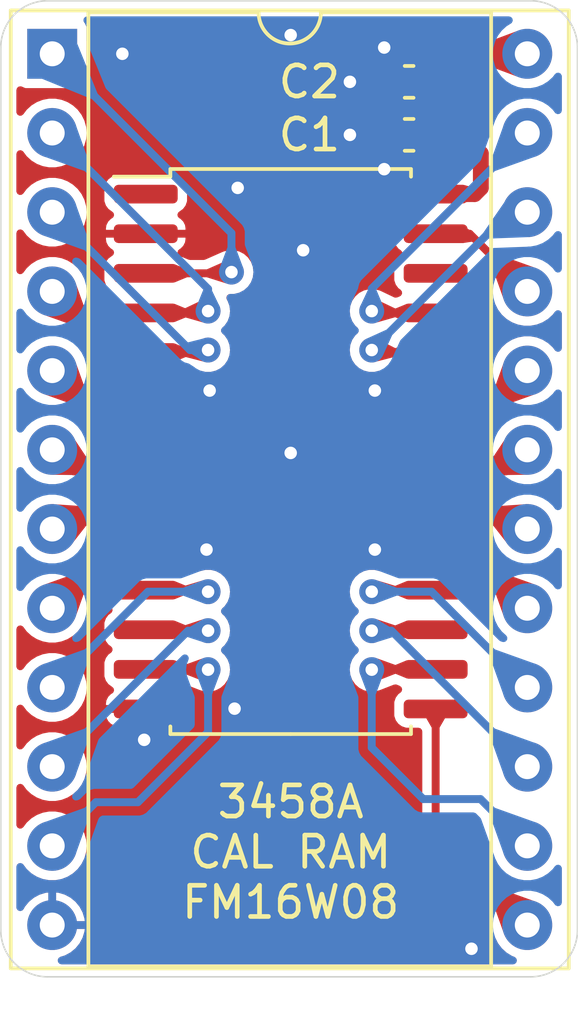
<source format=kicad_pcb>
(kicad_pcb (version 20240108) (generator "pcbnew") (generator_version "8.0")
  (layers (0 "F.Cu" jumper) (31 "B.Cu" signal) (34 "B.Paste" user) (35 "F.Paste" user) (36 "B.SilkS" user "B.Silkscreen") (37 "F.SilkS" user "F.Silkscreen") (38 "B.Mask" user) (39 "F.Mask" user) (44 "Edge.Cuts" user))
  (net 0 "")
  (net 1 "/A8")
  (net 2 "/D2")
  (net 3 "/A9")
  (net 4 "/D1")
  (net 5 "GND")
  (net 6 "/D0")
  (net 7 "VDD")
  (net 8 "/A0")
  (net 9 "/A10")
  (net 10 "/A1")
  (net 11 "Net-(U1-~{CS})")
  (net 12 "/A2")
  (net 13 "/D7")
  (net 14 "/A3")
  (net 15 "/D6")
  (net 16 "/A4")
  (net 17 "/D5")
  (net 18 "/A5")
  (net 19 "/D4")
  (net 20 "/A6")
  (net 21 "/D3")
  (net 22 "/A7")
  (net 23 "Net-(U1-~{OE})")
  (net 24 "Net-(U1-~{WE})")
  (footprint "Package_SO:SOIC-28W_7.5x17.9mm_P1.27mm" (layer "F.Cu") (at 153.4 99.255)
    (property "Reference" "U2" (hide yes))
    (property "Value" "FM16W08-SG")
    (fp_line (start -3.86 -9.06) (end -3.86 -8.815) (stroke (width 0.12)) (layer "F.SilkS"))
    (fp_line (start -3.86 -8.815) (end -5.675 -8.815) (stroke (width 0.12)) (layer "F.SilkS"))
    (fp_line (start -3.86 9.06) (end -3.86 8.815) (stroke (width 0.12)) (layer "F.SilkS"))
    (fp_line (start 0 -9.06) (end -3.86 -9.06) (stroke (width 0.12)) (layer "F.SilkS"))
    (fp_line (start 0 -9.06) (end 3.86 -9.06) (stroke (width 0.12)) (layer "F.SilkS"))
    (fp_line (start 0 9.06) (end -3.86 9.06) (stroke (width 0.12)) (layer "F.SilkS"))
    (fp_line (start 0 9.06) (end 3.86 9.06) (stroke (width 0.12)) (layer "F.SilkS"))
    (fp_line (start 3.86 -9.06) (end 3.86 -8.815) (stroke (width 0.12)) (layer "F.SilkS"))
    (fp_line (start 3.86 9.06) (end 3.86 8.815) (stroke (width 0.12)) (layer "F.SilkS"))
    (pad "1" smd roundrect (at -4.65 -8.255) (size 2.05 0.6) (layers "F.Cu" "F.Paste" "F.Mask"))
    (pad "2" smd roundrect (at -4.65 -6.985) (size 2.05 0.6) (layers "F.Cu" "F.Paste" "F.Mask") (net 5 "GND"))
    (pad "3" smd roundrect (at -4.65 -5.715) (size 2.05 0.6) (layers "F.Cu" "F.Paste" "F.Mask") (net 22 "/A7"))
    (pad "4" smd roundrect (at -4.65 -4.445) (size 2.05 0.6) (layers "F.Cu" "F.Paste" "F.Mask") (net 20 "/A6"))
    (pad "5" smd roundrect (at -4.65 -3.175) (size 2.05 0.6) (layers "F.Cu" "F.Paste" "F.Mask") (net 18 "/A5"))
    (pad "6" smd roundrect (at -4.65 -1.905) (size 2.05 0.6) (layers "F.Cu" "F.Paste" "F.Mask") (net 16 "/A4"))
    (pad "7" smd roundrect (at -4.65 -0.635) (size 2.05 0.6) (layers "F.Cu" "F.Paste" "F.Mask") (net 14 "/A3"))
    (pad "8" smd roundrect (at -4.65 0.635) (size 2.05 0.6) (layers "F.Cu" "F.Paste" "F.Mask") (net 12 "/A2"))
    (pad "9" smd roundrect (at -4.65 1.905) (size 2.05 0.6) (layers "F.Cu" "F.Paste" "F.Mask") (net 10 "/A1"))
    (pad "10" smd roundrect (at -4.65 3.175) (size 2.05 0.6) (layers "F.Cu" "F.Paste" "F.Mask") (net 8 "/A0"))
    (pad "11" smd roundrect (at -4.65 4.445) (size 2.05 0.6) (layers "F.Cu" "F.Paste" "F.Mask") (net 6 "/D0"))
    (pad "12" smd roundrect (at -4.65 5.715) (size 2.05 0.6) (layers "F.Cu" "F.Paste" "F.Mask") (net 4 "/D1"))
    (pad "13" smd roundrect (at -4.65 6.985) (size 2.05 0.6) (layers "F.Cu" "F.Paste" "F.Mask") (net 2 "/D2"))
    (pad "14" smd roundrect (at -4.65 8.255) (size 2.05 0.6) (layers "F.Cu" "F.Paste" "F.Mask") (net 5 "GND"))
    (pad "15" smd roundrect (at 4.65 8.255) (size 2.05 0.6) (layers "F.Cu" "F.Paste" "F.Mask") (net 21 "/D3"))
    (pad "16" smd roundrect (at 4.65 6.985) (size 2.05 0.6) (layers "F.Cu" "F.Paste" "F.Mask") (net 19 "/D4"))
    (pad "17" smd roundrect (at 4.65 5.715) (size 2.05 0.6) (layers "F.Cu" "F.Paste" "F.Mask") (net 17 "/D5"))
    (pad "18" smd roundrect (at 4.65 4.445) (size 2.05 0.6) (layers "F.Cu" "F.Paste" "F.Mask") (net 15 "/D6"))
    (pad "19" smd roundrect (at 4.65 3.175) (size 2.05 0.6) (layers "F.Cu" "F.Paste" "F.Mask") (net 13 "/D7"))
    (pad "20" smd roundrect (at 4.65 1.905) (size 2.05 0.6) (layers "F.Cu" "F.Paste" "F.Mask") (net 11 "Net-(U1-~{CS})"))
    (pad "21" smd roundrect (at 4.65 0.635) (size 2.05 0.6) (layers "F.Cu" "F.Paste" "F.Mask") (net 9 "/A10"))
    (pad "22" smd roundrect (at 4.65 -0.635) (size 2.05 0.6) (layers "F.Cu" "F.Paste" "F.Mask") (net 23 "Net-(U1-~{OE})"))
    (pad "23" smd roundrect (at 4.65 -1.905) (size 2.05 0.6) (layers "F.Cu" "F.Paste" "F.Mask") (net 5 "GND"))
    (pad "24" smd roundrect (at 4.65 -3.175) (size 2.05 0.6) (layers "F.Cu" "F.Paste" "F.Mask") (net 3 "/A9"))
    (pad "25" smd roundrect (at 4.65 -4.445) (size 2.05 0.6) (layers "F.Cu" "F.Paste" "F.Mask") (net 1 "/A8"))
    (pad "26" smd roundrect (at 4.65 -5.715) (size 2.05 0.6) (layers "F.Cu" "F.Paste" "F.Mask"))
    (pad "27" smd roundrect (at 4.65 -6.985) (size 2.05 0.6) (layers "F.Cu" "F.Paste" "F.Mask") (net 24 "Net-(U1-~{WE})"))
    (pad "28" smd roundrect (at 4.65 -8.255) (size 2.05 0.6) (layers "F.Cu" "F.Paste" "F.Mask") (net 7 "VDD"))
  )
  (footprint "Package_DIP:DIP-24_W15.24mm_Socket" (layer "F.Cu") (at 145.75 86.5)
    (property "Reference" "U1" (hide yes))
    (property "Value" "DS1220")
    (fp_line (start -1.33 -1.39) (end -1.33 29.33) (stroke (width 0.12)) (layer "F.SilkS"))
    (fp_line (start -1.33 29.33) (end 16.57 29.33) (stroke (width 0.12)) (layer "F.SilkS"))
    (fp_line (start 1.16 -1.33) (end 1.16 29.27) (stroke (width 0.12)) (layer "F.SilkS"))
    (fp_line (start 1.16 29.27) (end 14.08 29.27) (stroke (width 0.12)) (layer "F.SilkS"))
    (fp_line (start 6.62 -1.33) (end 1.16 -1.33) (stroke (width 0.12)) (layer "F.SilkS"))
    (fp_line (start 14.08 -1.33) (end 8.62 -1.33) (stroke (width 0.12)) (layer "F.SilkS"))
    (fp_line (start 14.08 29.27) (end 14.08 -1.33) (stroke (width 0.12)) (layer "F.SilkS"))
    (fp_line (start 16.57 -1.39) (end -1.33 -1.39) (stroke (width 0.12)) (layer "F.SilkS"))
    (fp_line (start 16.57 29.33) (end 16.57 -1.39) (stroke (width 0.12)) (layer "F.SilkS"))
    (fp_arc (start 8.62 -1.33) (mid 7.62 -0.33) (end 6.62 -1.33) (stroke (width 0.12)) (layer "F.SilkS"))
    (pad "1" thru_hole rect (at 0 0) (size 1.6 1.6) (drill 0.8) (layers "*.Cu" "*.Mask") (net 22 "/A7"))
    (pad "2" thru_hole oval (at 0 2.54) (size 1.6 1.6) (drill 0.8) (layers "*.Cu" "*.Mask") (net 20 "/A6"))
    (pad "3" thru_hole oval (at 0 5.08) (size 1.6 1.6) (drill 0.8) (layers "*.Cu" "*.Mask") (net 18 "/A5"))
    (pad "4" thru_hole oval (at 0 7.62) (size 1.6 1.6) (drill 0.8) (layers "*.Cu" "*.Mask") (net 16 "/A4"))
    (pad "5" thru_hole oval (at 0 10.16) (size 1.6 1.6) (drill 0.8) (layers "*.Cu" "*.Mask") (net 14 "/A3"))
    (pad "6" thru_hole oval (at 0 12.7) (size 1.6 1.6) (drill 0.8) (layers "*.Cu" "*.Mask") (net 12 "/A2"))
    (pad "7" thru_hole oval (at 0 15.24) (size 1.6 1.6) (drill 0.8) (layers "*.Cu" "*.Mask") (net 10 "/A1"))
    (pad "8" thru_hole oval (at 0 17.78) (size 1.6 1.6) (drill 0.8) (layers "*.Cu" "*.Mask") (net 8 "/A0"))
    (pad "9" thru_hole oval (at 0 20.32) (size 1.6 1.6) (drill 0.8) (layers "*.Cu" "*.Mask") (net 6 "/D0"))
    (pad "10" thru_hole oval (at 0 22.86) (size 1.6 1.6) (drill 0.8) (layers "*.Cu" "*.Mask") (net 4 "/D1"))
    (pad "11" thru_hole oval (at 0 25.4) (size 1.6 1.6) (drill 0.8) (layers "*.Cu" "*.Mask") (net 2 "/D2"))
    (pad "12" thru_hole oval (at 0 27.94) (size 1.6 1.6) (drill 0.8) (layers "*.Cu" "*.Mask") (net 5 "GND"))
    (pad "13" thru_hole oval (at 15.24 27.94) (size 1.6 1.6) (drill 0.8) (layers "*.Cu" "*.Mask") (net 21 "/D3"))
    (pad "14" thru_hole oval (at 15.24 25.4) (size 1.6 1.6) (drill 0.8) (layers "*.Cu" "*.Mask") (net 19 "/D4"))
    (pad "15" thru_hole oval (at 15.24 22.86) (size 1.6 1.6) (drill 0.8) (layers "*.Cu" "*.Mask") (net 17 "/D5"))
    (pad "16" thru_hole oval (at 15.24 20.32) (size 1.6 1.6) (drill 0.8) (layers "*.Cu" "*.Mask") (net 15 "/D6"))
    (pad "17" thru_hole oval (at 15.24 17.78) (size 1.6 1.6) (drill 0.8) (layers "*.Cu" "*.Mask") (net 13 "/D7"))
    (pad "18" thru_hole oval (at 15.24 15.24) (size 1.6 1.6) (drill 0.8) (layers "*.Cu" "*.Mask") (net 11 "Net-(U1-~{CS})"))
    (pad "19" thru_hole oval (at 15.24 12.7) (size 1.6 1.6) (drill 0.8) (layers "*.Cu" "*.Mask") (net 9 "/A10"))
    (pad "20" thru_hole oval (at 15.24 10.16) (size 1.6 1.6) (drill 0.8) (layers "*.Cu" "*.Mask") (net 23 "Net-(U1-~{OE})"))
    (pad "21" thru_hole oval (at 15.24 7.62) (size 1.6 1.6) (drill 0.8) (layers "*.Cu" "*.Mask") (net 24 "Net-(U1-~{WE})"))
    (pad "22" thru_hole oval (at 15.24 5.08) (size 1.6 1.6) (drill 0.8) (layers "*.Cu" "*.Mask") (net 3 "/A9"))
    (pad "23" thru_hole oval (at 15.24 2.54) (size 1.6 1.6) (drill 0.8) (layers "*.Cu" "*.Mask") (net 1 "/A8"))
    (pad "24" thru_hole oval (at 15.24 0) (size 1.6 1.6) (drill 0.8) (layers "*.Cu" "*.Mask") (net 7 "VDD"))
  )
  (footprint "Capacitor_SMD:C_0603_1608Metric" (layer "F.Cu") (at 157.2 89.1 180)
    (property "Reference" "C1" (at 3.2 0 360) (layer "F.SilkS"))
    (property "Value" "0.1u")
    (fp_line (start -0.14058 0.51) (end 0.14058 0.51) (stroke (width 0.12)) (layer "F.SilkS"))
    (fp_line (start -0.14058 -0.51) (end 0.14058 -0.51) (stroke (width 0.12)) (layer "F.SilkS"))
    (pad "1" smd roundrect (at -0.775 0 180) (size 0.9 0.95) (layers "F.Cu" "F.Paste" "F.Mask") (net 7 "VDD"))
    (pad "2" smd roundrect (at 0.775 0 180) (size 0.9 0.95) (layers "F.Cu" "F.Paste" "F.Mask") (net 5 "GND"))
  )
  (footprint "Capacitor_SMD:C_0603_1608Metric" (layer "F.Cu") (at 157.2 87.4 180)
    (property "Reference" "C2" (at 3.2 0 360) (layer "F.SilkS"))
    (property "Value" "1u")
    (fp_line (start -0.14058 0.51) (end 0.14058 0.51) (stroke (width 0.12)) (layer "F.SilkS"))
    (fp_line (start -0.14058 -0.51) (end 0.14058 -0.51) (stroke (width 0.12)) (layer "F.SilkS"))
    (pad "1" smd roundrect (at -0.775 0 180) (size 0.9 0.95) (layers "F.Cu" "F.Paste" "F.Mask") (net 7 "VDD"))
    (pad "2" smd roundrect (at 0.775 0 180) (size 0.9 0.95) (layers "F.Cu" "F.Paste" "F.Mask") (net 5 "GND"))
  )
  (gr_arc (start 145.6 116.1) (mid 144.53934 115.66066) (end 144.1 114.6) (stroke (width 0.05)) (layer "Edge.Cuts"))
  (gr_line (start 162.6 86.3) (end 162.6 114.6) (stroke (width 0.05)) (layer "Edge.Cuts"))
  (gr_line (start 145.6 84.8) (end 161.1 84.8) (stroke (width 0.05)) (layer "Edge.Cuts"))
  (gr_line (start 144.1 114.6) (end 144.1 86.3) (stroke (width 0.05)) (layer "Edge.Cuts"))
  (gr_line (start 161.1 116.1) (end 145.6 116.1) (stroke (width 0.05)) (layer "Edge.Cuts"))
  (gr_arc (start 144.1 86.3) (mid 144.53934 85.23934) (end 145.6 84.8) (stroke (width 0.05)) (layer "Edge.Cuts"))
  (gr_arc (start 161.1 84.8) (mid 162.16066 85.23934) (end 162.6 86.3) (stroke (width 0.05)) (layer "Edge.Cuts"))
  (gr_arc (start 162.6 114.6) (mid 162.16066 115.66066) (end 161.1 116.1) (stroke (width 0.05)) (layer "Edge.Cuts"))
  (gr_text "3458A\nCAL RAM\nFM16W08" (at 153.4 112.1 0) (layer "F.SilkS") (effects (font (size 1 1))))
  (segment (start 158.05 94.81) (end 156.06 94.81) (width 0.254) (layer "F.Cu") (net 1))
  (segment (start 156.06 94.81) (end 156 94.75) (width 0.254) (layer "F.Cu") (net 1))
  (via (at 156 94.75) (size 0.8) (drill 0.4) (layers "F.Cu" "B.Cu") (net 1))
  (segment (start 156 94.75) (end 156 94.03) (width 0.254) (layer "B.Cu") (net 1))
  (segment (start 156 94.03) (end 160.99 89.04) (width 0.254) (layer "B.Cu") (net 1))
  (segment (start 148.75 106.24) (end 150.74 106.24) (width 0.254) (layer "F.Cu") (net 2))
  (segment (start 150.74 106.24) (end 150.75 106.25) (width 0.254) (layer "F.Cu") (net 2))
  (via (at 150.75 106.25) (size 0.8) (drill 0.4) (layers "F.Cu" "B.Cu") (net 2))
  (segment (start 150.75 106.25) (end 150.75 108.25) (width 0.254) (layer "B.Cu") (net 2))
  (segment (start 148.5 110.5) (end 147.15 110.5) (width 0.254) (layer "B.Cu") (net 2))
  (segment (start 150.75 108.25) (end 148.5 110.5) (width 0.254) (layer "B.Cu") (net 2))
  (segment (start 147.15 110.5) (end 145.75 111.9) (width 0.254) (layer "B.Cu") (net 2))
  (segment (start 156.08 96.08) (end 156 96) (width 0.254) (layer "F.Cu") (net 3))
  (segment (start 158.05 96.08) (end 156.08 96.08) (width 0.254) (layer "F.Cu") (net 3))
  (via (at 156 96) (size 0.8) (drill 0.4) (layers "F.Cu" "B.Cu") (net 3))
  (segment (start 160.42 91.58) (end 160.99 91.58) (width 0.254) (layer "B.Cu") (net 3))
  (segment (start 156 96) (end 160.42 91.58) (width 0.254) (layer "B.Cu") (net 3))
  (segment (start 150.72 104.97) (end 150.75 105) (width 0.254) (layer "F.Cu") (net 4))
  (segment (start 148.75 104.97) (end 150.72 104.97) (width 0.254) (layer "F.Cu") (net 4))
  (via (at 150.75 105) (size 0.8) (drill 0.4) (layers "F.Cu" "B.Cu") (net 4))
  (segment (start 150.11 105) (end 150.75 105) (width 0.254) (layer "B.Cu") (net 4))
  (segment (start 145.75 109.36) (end 150.11 105) (width 0.254) (layer "B.Cu") (net 4))
  (segment (start 146.39 109.36) (end 145.75 109.36) (width 0.254) (layer "B.Cu") (net 4))
  (segment (start 148.7 108.5) (end 148.75 108.45) (width 0.508) (layer "F.Cu") (net 5))
  (segment (start 148.75 108.55) (end 148.7 108.5) (width 0.508) (layer "F.Cu") (net 5))
  (via (at 153.8 92.8) (size 0.8) (drill 0.4) (layers "F.Cu" "B.Cu") (net 5))
  (via (at 159.2 115.2) (size 0.8) (drill 0.4) (layers "F.Cu" "B.Cu") (net 5))
  (via (at 150.8 97.3) (size 0.8) (drill 0.4) (layers "F.Cu" "B.Cu") (net 5))
  (via (at 150.7 102.4) (size 0.8) (drill 0.4) (layers "F.Cu" "B.Cu") (net 5))
  (via (at 153.4 99.3) (size 0.8) (drill 0.4) (layers "F.Cu" "B.Cu") (net 5))
  (via (at 155.3 89.1) (size 0.8) (drill 0.4) (layers "F.Cu" "B.Cu") (net 5))
  (via (at 151.6 107.5) (size 0.8) (drill 0.4) (layers "F.Cu" "B.Cu") (net 5))
  (via (at 148 86.5) (size 0.8) (drill 0.4) (layers "F.Cu" "B.Cu") (net 5))
  (via (at 156.4 90.2) (size 0.8) (drill 0.4) (layers "F.Cu" "B.Cu") (net 5))
  (via (at 153.4 85.9) (size 0.8) (drill 0.4) (layers "F.Cu" "B.Cu") (net 5))
  (via (at 155.3 87.4) (size 0.8) (drill 0.4) (layers "F.Cu" "B.Cu") (net 5))
  (via (at 151.7 90.8) (size 0.8) (drill 0.4) (layers "F.Cu" "B.Cu") (net 5))
  (via (at 156.1 102.4) (size 0.8) (drill 0.4) (layers "F.Cu" "B.Cu") (net 5))
  (via (at 148.7 108.5) (size 0.8) (drill 0.4) (layers "F.Cu" "B.Cu") (net 5))
  (via (at 156.1 97.3) (size 0.8) (drill 0.4) (layers "F.Cu" "B.Cu") (net 5))
  (via (at 156.4 86.3) (size 0.8) (drill 0.4) (layers "F.Cu" "B.Cu") (net 5))
  (segment (start 148.75 103.7) (end 150.7 103.7) (width 0.254) (layer "F.Cu") (net 6))
  (segment (start 150.7 103.7) (end 150.75 103.75) (width 0.254) (layer "F.Cu") (net 6))
  (via (at 150.75 103.75) (size 0.8) (drill 0.4) (layers "F.Cu" "B.Cu") (net 6))
  (segment (start 150.75 103.75) (end 148.82 103.75) (width 0.254) (layer "B.Cu") (net 6))
  (segment (start 148.82 103.75) (end 145.75 106.82) (width 0.254) (layer "B.Cu") (net 6))
  (segment (start 159.3 91) (end 159.5 90.8) (width 0.508) (layer "F.Cu") (net 7))
  (segment (start 159.5 90.8) (end 159.5 89.7) (width 0.508) (layer "F.Cu") (net 7))
  (segment (start 158.875 86.5) (end 157.975 87.4) (width 0.508) (layer "F.Cu") (net 7))
  (segment (start 158.9 89.1) (end 157.975 89.1) (width 0.508) (layer "F.Cu") (net 7))
  (segment (start 157.975 87.4) (end 157.975 89.1) (width 0.508) (layer "F.Cu") (net 7))
  (segment (start 159.5 89.7) (end 158.9 89.1) (width 0.508) (layer "F.Cu") (net 7))
  (segment (start 160.99 86.5) (end 158.875 86.5) (width 0.508) (layer "F.Cu") (net 7))
  (segment (start 158.05 91) (end 159.3 91) (width 0.508) (layer "F.Cu") (net 7))
  (segment (start 147.6 102.43) (end 148.75 102.43) (width 0.254) (layer "F.Cu") (net 8))
  (segment (start 145.75 104.28) (end 147.6 102.43) (width 0.254) (layer "F.Cu") (net 8))
  (segment (start 160.3 99.89) (end 160.99 99.2) (width 0.254) (layer "F.Cu") (net 9))
  (segment (start 158.05 99.89) (end 160.3 99.89) (width 0.254) (layer "F.Cu") (net 9))
  (segment (start 146.33 101.16) (end 145.75 101.74) (width 0.254) (layer "F.Cu") (net 10))
  (segment (start 148.75 101.16) (end 146.33 101.16) (width 0.254) (layer "F.Cu") (net 10))
  (segment (start 158.05 101.16) (end 160.41 101.16) (width 0.254) (layer "F.Cu") (net 11))
  (segment (start 160.41 101.16) (end 160.99 101.74) (width 0.254) (layer "F.Cu") (net 11))
  (segment (start 146.44 99.89) (end 145.75 99.2) (width 0.254) (layer "F.Cu") (net 12))
  (segment (start 148.75 99.89) (end 146.44 99.89) (width 0.254) (layer "F.Cu") (net 12))
  (segment (start 159.14 102.43) (end 160.99 104.28) (width 0.254) (layer "F.Cu") (net 13))
  (segment (start 158.05 102.43) (end 159.14 102.43) (width 0.254) (layer "F.Cu") (net 13))
  (segment (start 147.71 98.62) (end 148.75 98.62) (width 0.254) (layer "F.Cu") (net 14))
  (segment (start 145.75 96.66) (end 147.71 98.62) (width 0.254) (layer "F.Cu") (net 14))
  (segment (start 156.05 103.7) (end 156 103.75) (width 0.254) (layer "F.Cu") (net 15))
  (segment (start 158.05 103.7) (end 156.05 103.7) (width 0.254) (layer "F.Cu") (net 15))
  (via (at 156 103.75) (size 0.8) (drill 0.4) (layers "F.Cu" "B.Cu") (net 15))
  (segment (start 157.92 103.75) (end 160.99 106.82) (width 0.254) (layer "B.Cu") (net 15))
  (segment (start 156 103.75) (end 157.92 103.75) (width 0.254) (layer "B.Cu") (net 15))
  (segment (start 147.1375 96.8625) (end 147.625 97.35) (width 0.254) (layer "F.Cu") (net 16))
  (segment (start 147.625 97.35) (end 148.75 97.35) (width 0.254) (layer "F.Cu") (net 16))
  (segment (start 147.1375 95.5075) (end 147 95.37) (width 0.254) (layer "F.Cu") (net 16))
  (segment (start 145.75 94.12) (end 147 95.37) (width 0.254) (layer "F.Cu") (net 16))
  (segment (start 147.1375 96.8625) (end 147.1375 95.5075) (width 0.254) (layer "F.Cu") (net 16))
  (segment (start 158.05 104.97) (end 156.03 104.97) (width 0.254) (layer "F.Cu") (net 17))
  (segment (start 156.03 104.97) (end 156 105) (width 0.254) (layer "F.Cu") (net 17))
  (via (at 156 105) (size 0.8) (drill 0.4) (layers "F.Cu" "B.Cu") (net 17))
  (segment (start 156.63 105) (end 156 105) (width 0.254) (layer "B.Cu") (net 17))
  (segment (start 160.99 109.36) (end 156.63 105) (width 0.254) (layer "B.Cu") (net 17))
  (segment (start 150.67 96.08) (end 150.75 96) (width 0.254) (layer "F.Cu") (net 18))
  (segment (start 148.75 96.08) (end 150.67 96.08) (width 0.254) (layer "F.Cu") (net 18))
  (via (at 150.75 96) (size 0.8) (drill 0.4) (layers "F.Cu" "B.Cu") (net 18))
  (segment (start 150.17 96) (end 147.96 93.79) (width 0.254) (layer "B.Cu") (net 18))
  (segment (start 150.75 96) (end 150.17 96) (width 0.254) (layer "B.Cu") (net 18))
  (segment (start 147.96 93.79) (end 145.75 91.58) (width 0.254) (layer "B.Cu") (net 18))
  (segment (start 156.01 106.24) (end 156 106.25) (width 0.254) (layer "F.Cu") (net 19))
  (segment (start 158.05 106.24) (end 156.01 106.24) (width 0.254) (layer "F.Cu") (net 19))
  (via (at 156 106.25) (size 0.8) (drill 0.4) (layers "F.Cu" "B.Cu") (net 19))
  (segment (start 156 106.25) (end 156 108.75) (width 0.254) (layer "B.Cu") (net 19))
  (segment (start 156 108.75) (end 157.65 110.4) (width 0.254) (layer "B.Cu") (net 19))
  (segment (start 159.49 110.4) (end 160.99 111.9) (width 0.254) (layer "B.Cu") (net 19))
  (segment (start 157.65 110.4) (end 159.49 110.4) (width 0.254) (layer "B.Cu") (net 19))
  (segment (start 150.69 94.81) (end 150.75 94.75) (width 0.254) (layer "F.Cu") (net 20))
  (segment (start 148.75 94.81) (end 150.69 94.81) (width 0.254) (layer "F.Cu") (net 20))
  (via (at 150.75 94.75) (size 0.8) (drill 0.4) (layers "F.Cu" "B.Cu") (net 20))
  (segment (start 150.75 94.75) (end 150.75 94.04) (width 0.254) (layer "B.Cu") (net 20))
  (segment (start 150.75 94.04) (end 145.75 89.04) (width 0.254) (layer "B.Cu") (net 20))
  (segment (start 145.75 89.75) (end 145.75 89.04) (width 0.254) (layer "B.Cu") (net 20))
  (segment (start 158.05 111.5) (end 160.99 114.44) (width 0.254) (layer "F.Cu") (net 21))
  (segment (start 158.05 107.51) (end 158.05 111.5) (width 0.254) (layer "F.Cu") (net 21))
  (segment (start 148.75 93.54) (end 151.46 93.54) (width 0.254) (layer "F.Cu") (net 22))
  (segment (start 151.46 93.54) (end 151.5 93.5) (width 0.254) (layer "F.Cu") (net 22))
  (via (at 151.5 93.5) (size 0.8) (drill 0.4) (layers "F.Cu" "B.Cu") (net 22))
  (segment (start 151.5 93.5) (end 151.5 92.25) (width 0.254) (layer "B.Cu") (net 22))
  (segment (start 145.75 86.5) (end 151.5 92.25) (width 0.254) (layer "B.Cu") (net 22))
  (segment (start 158.05 98.62) (end 159.03 98.62) (width 0.254) (layer "F.Cu") (net 23))
  (segment (start 159.03 98.62) (end 160.99 96.66) (width 0.254) (layer "F.Cu") (net 23))
  (segment (start 159.14 92.27) (end 158.05 92.27) (width 0.254) (layer "F.Cu") (net 24))
  (segment (start 160.99 94.12) (end 159.14 92.27) (width 0.254) (layer "F.Cu") (net 24))
  (zone (net 5) (net_name "GND") (layers "F&B.Cu") (name "GND") (connect_pads (clearance 0.3)) (min_thickness 0.25) (fill yes (thermal_gap 0.25) (thermal_bridge_width 0.25))
    (polygon (pts (xy 144.6 85.3) (xy 162.1 85.3) (xy 162.1 115.7) (xy 144.6 115.7)))
  )
)
</source>
